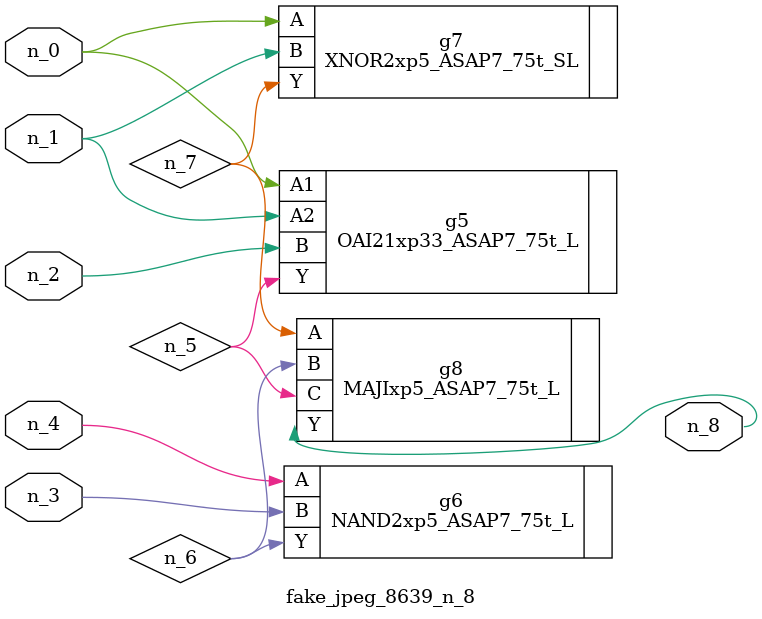
<source format=v>
module fake_jpeg_8639_n_8 (n_3, n_2, n_1, n_0, n_4, n_8);

input n_3;
input n_2;
input n_1;
input n_0;
input n_4;

output n_8;

wire n_6;
wire n_5;
wire n_7;

OAI21xp33_ASAP7_75t_L g5 ( 
.A1(n_0),
.A2(n_1),
.B(n_2),
.Y(n_5)
);

NAND2xp5_ASAP7_75t_L g6 ( 
.A(n_4),
.B(n_3),
.Y(n_6)
);

XNOR2xp5_ASAP7_75t_SL g7 ( 
.A(n_0),
.B(n_1),
.Y(n_7)
);

MAJIxp5_ASAP7_75t_L g8 ( 
.A(n_7),
.B(n_6),
.C(n_5),
.Y(n_8)
);


endmodule
</source>
